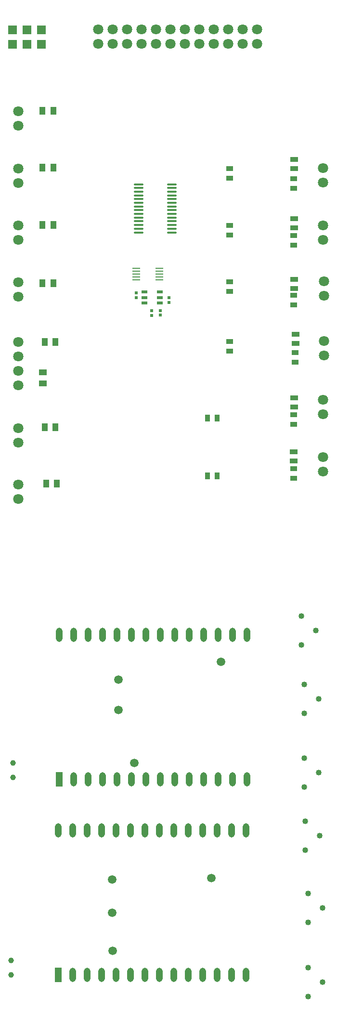
<source format=gbr>
G04 Layer_Color=255*
%FSLAX26Y26*%
%MOIN*%
%TF.FileFunction,Pads,Top*%
%TF.Part,Single*%
G01*
G75*
%TA.AperFunction,SMDPad,CuDef*%
%ADD10O,0.072835X0.013780*%
%ADD11R,0.033465X0.051181*%
%ADD12R,0.051181X0.033465*%
%ADD13R,0.053150X0.037402*%
%ADD14R,0.039370X0.023622*%
%ADD15R,0.020472X0.020472*%
%ADD16O,0.057087X0.009842*%
%ADD17R,0.041339X0.055118*%
%ADD18R,0.055118X0.041339*%
%TA.AperFunction,ComponentPad*%
%ADD22C,0.070866*%
%ADD23C,0.059055*%
%ADD24R,0.060000X0.060000*%
%ADD25R,0.047244X0.098425*%
%ADD26O,0.047244X0.098425*%
%ADD27C,0.040000*%
%ADD28C,0.039370*%
D10*
X1325175Y5396912D02*
D03*
Y5422502D02*
D03*
Y5448093D02*
D03*
Y5473683D02*
D03*
Y5499274D02*
D03*
Y5524864D02*
D03*
Y5550455D02*
D03*
Y5576046D02*
D03*
Y5601636D02*
D03*
Y5627227D02*
D03*
Y5652817D02*
D03*
Y5678408D02*
D03*
Y5703998D02*
D03*
Y5729589D02*
D03*
X1094860Y5396912D02*
D03*
Y5422502D02*
D03*
Y5448093D02*
D03*
Y5473683D02*
D03*
Y5499274D02*
D03*
Y5524864D02*
D03*
Y5550455D02*
D03*
Y5576046D02*
D03*
Y5601636D02*
D03*
Y5627227D02*
D03*
Y5652817D02*
D03*
Y5678408D02*
D03*
Y5703998D02*
D03*
Y5729589D02*
D03*
D11*
X1571038Y4111402D02*
D03*
X1637968D02*
D03*
X1571040Y3711404D02*
D03*
X1637970D02*
D03*
D12*
X2169230Y4068278D02*
D03*
Y4135208D02*
D03*
X1724350Y4643080D02*
D03*
Y4576150D02*
D03*
Y5056466D02*
D03*
Y4989536D02*
D03*
X1724348Y5446232D02*
D03*
Y5379302D02*
D03*
X2169230Y3694264D02*
D03*
Y3761192D02*
D03*
X2169229Y5702137D02*
D03*
Y5769067D02*
D03*
X2169230Y5308434D02*
D03*
Y5375364D02*
D03*
X2177102Y4497412D02*
D03*
Y4564340D02*
D03*
X2169230Y4895048D02*
D03*
Y4961976D02*
D03*
X1724348Y5839932D02*
D03*
Y5773002D02*
D03*
D13*
X2170001Y5838503D02*
D03*
Y5901495D02*
D03*
Y4188504D02*
D03*
Y4251496D02*
D03*
X2169230Y3814342D02*
D03*
Y3877334D02*
D03*
X2170001Y5428504D02*
D03*
Y5491496D02*
D03*
X2180001Y4628503D02*
D03*
Y4691495D02*
D03*
X2170001Y5008503D02*
D03*
Y5071495D02*
D03*
D14*
X1133600Y4983710D02*
D03*
Y4946308D02*
D03*
Y4908908D02*
D03*
X1241868D02*
D03*
Y4946308D02*
D03*
Y4983710D02*
D03*
D15*
X1304190Y4912530D02*
D03*
Y4944026D02*
D03*
X1077498Y4977804D02*
D03*
Y4946308D02*
D03*
X1243168Y4855444D02*
D03*
Y4823948D02*
D03*
X1184782Y4823002D02*
D03*
Y4854498D02*
D03*
D16*
X1235964Y5068356D02*
D03*
Y5088042D02*
D03*
Y5107726D02*
D03*
Y5127412D02*
D03*
Y5147096D02*
D03*
X1076514Y5068356D02*
D03*
Y5088042D02*
D03*
Y5107726D02*
D03*
Y5127412D02*
D03*
Y5147096D02*
D03*
D17*
X429071Y6237568D02*
D03*
X503875D02*
D03*
Y5843867D02*
D03*
X429071D02*
D03*
X503876Y5450168D02*
D03*
X429072D02*
D03*
X503876Y5046626D02*
D03*
X429072D02*
D03*
X517401Y4640001D02*
D03*
X442597D02*
D03*
X527401Y3659999D02*
D03*
X452597D02*
D03*
X517401Y4050001D02*
D03*
X442597D02*
D03*
D18*
X430001Y4352597D02*
D03*
Y4427401D02*
D03*
D22*
X1914504Y6701402D02*
D03*
Y6801402D02*
D03*
X814504Y6701402D02*
D03*
X914504D02*
D03*
X1014504D02*
D03*
X1114504D02*
D03*
X1214504D02*
D03*
X1314504D02*
D03*
X1414504D02*
D03*
X1514504D02*
D03*
X1614504D02*
D03*
X1714504D02*
D03*
X814504Y6801402D02*
D03*
X914504D02*
D03*
X1014504D02*
D03*
X1114504D02*
D03*
X1214504D02*
D03*
X1314504D02*
D03*
X1414504D02*
D03*
X1514504D02*
D03*
X1614504D02*
D03*
X1714504D02*
D03*
X1814504D02*
D03*
Y6701402D02*
D03*
X2370018Y3740444D02*
D03*
Y3840444D02*
D03*
X259782Y4337568D02*
D03*
Y4437568D02*
D03*
Y4537568D02*
D03*
Y4637568D02*
D03*
X2375924Y4543868D02*
D03*
Y4643868D02*
D03*
Y4957254D02*
D03*
Y5057254D02*
D03*
X2370018Y4138358D02*
D03*
Y4238358D02*
D03*
Y5743250D02*
D03*
Y5843250D02*
D03*
X259782Y3551742D02*
D03*
Y3651742D02*
D03*
X2370018Y5345706D02*
D03*
Y5445706D02*
D03*
X259782Y3941506D02*
D03*
Y4041506D02*
D03*
Y5740062D02*
D03*
Y5840062D02*
D03*
Y5345706D02*
D03*
Y5445706D02*
D03*
Y4951348D02*
D03*
Y5051348D02*
D03*
Y6134418D02*
D03*
Y6234418D02*
D03*
D23*
X1664504Y2426402D02*
D03*
X1064504Y1726402D02*
D03*
X954504Y2091402D02*
D03*
Y2301402D02*
D03*
X914504Y426402D02*
D03*
X911504Y688402D02*
D03*
X909504Y917402D02*
D03*
X1597504Y929402D02*
D03*
D24*
X220412Y6700168D02*
D03*
X320412D02*
D03*
X420412D02*
D03*
Y6800168D02*
D03*
X320412D02*
D03*
X220412D02*
D03*
D25*
X543246Y1613554D02*
D03*
X538324Y260208D02*
D03*
D26*
X643246Y1613554D02*
D03*
X743246D02*
D03*
X843246D02*
D03*
X943246D02*
D03*
X1043246D02*
D03*
X1143246D02*
D03*
X1243246D02*
D03*
X1343246D02*
D03*
X1443246D02*
D03*
X1543246D02*
D03*
X1643246D02*
D03*
X1743246D02*
D03*
X1843246D02*
D03*
X543246Y2613554D02*
D03*
X643246D02*
D03*
X743246D02*
D03*
X843246D02*
D03*
X943246D02*
D03*
X1043246D02*
D03*
X1143246D02*
D03*
X1243246D02*
D03*
X1343246D02*
D03*
X1443246D02*
D03*
X1543246D02*
D03*
X1643246D02*
D03*
X1743246D02*
D03*
X1843246D02*
D03*
X638324Y260208D02*
D03*
X738324D02*
D03*
X838324D02*
D03*
X938324D02*
D03*
X1038324D02*
D03*
X1138324D02*
D03*
X1238324D02*
D03*
X1338324D02*
D03*
X1438324D02*
D03*
X1538324D02*
D03*
X1638324D02*
D03*
X1738324D02*
D03*
X1838324D02*
D03*
X538324Y1260208D02*
D03*
X638324D02*
D03*
X738324D02*
D03*
X838324D02*
D03*
X938324D02*
D03*
X1038324D02*
D03*
X1138324D02*
D03*
X1238324D02*
D03*
X1338324D02*
D03*
X1438324D02*
D03*
X1538324D02*
D03*
X1638324D02*
D03*
X1738324D02*
D03*
X1838324D02*
D03*
D27*
X2221505Y2743401D02*
D03*
Y2543401D02*
D03*
X2321505Y2643401D02*
D03*
X2248505Y1321250D02*
D03*
Y1121250D02*
D03*
X2348505Y1221250D02*
D03*
X2240504Y2267401D02*
D03*
Y2067401D02*
D03*
X2340504Y2167401D02*
D03*
X2267504Y823390D02*
D03*
Y623390D02*
D03*
X2367504Y723390D02*
D03*
X2240504Y1757402D02*
D03*
Y1557402D02*
D03*
X2340504Y1657402D02*
D03*
X2267504Y307402D02*
D03*
Y107402D02*
D03*
X2367504Y207402D02*
D03*
D28*
X209504Y359402D02*
D03*
Y259402D02*
D03*
X225504Y1724402D02*
D03*
Y1624402D02*
D03*
%TF.MD5,aba053da44647e7f7744feaefeb2faaf*%
M02*

</source>
